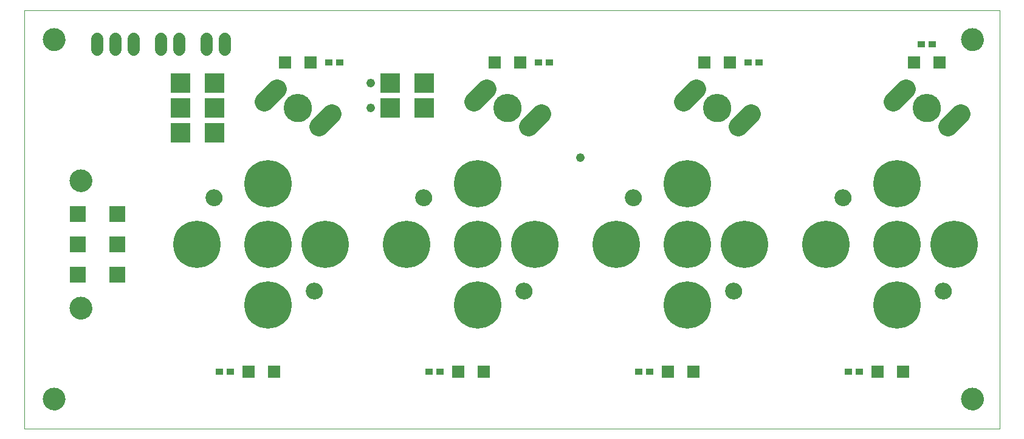
<source format=gts>
G75*
G70*
%OFA0B0*%
%FSLAX24Y24*%
%IPPOS*%
%LPD*%
%AMOC8*
5,1,8,0,0,1.08239X$1,22.5*
%
%ADD10C,0.0000*%
%ADD11C,0.2600*%
%ADD12C,0.0926*%
%ADD13C,0.1060*%
%ADD14C,0.1548*%
%ADD15R,0.0887X0.0887*%
%ADD16C,0.1241*%
%ADD17R,0.0414X0.0375*%
%ADD18R,0.0651X0.0651*%
%ADD19R,0.1060X0.1060*%
%ADD20C,0.0651*%
%ADD21C,0.0476*%
D10*
X000180Y000180D02*
X000180Y023175D01*
X053672Y023175D01*
X053672Y000180D01*
X000180Y000180D01*
X001214Y001805D02*
X001216Y001853D01*
X001222Y001901D01*
X001232Y001948D01*
X001245Y001994D01*
X001263Y002039D01*
X001283Y002083D01*
X001308Y002125D01*
X001336Y002164D01*
X001366Y002201D01*
X001400Y002235D01*
X001437Y002267D01*
X001475Y002296D01*
X001516Y002321D01*
X001559Y002343D01*
X001604Y002361D01*
X001650Y002375D01*
X001697Y002386D01*
X001745Y002393D01*
X001793Y002396D01*
X001841Y002395D01*
X001889Y002390D01*
X001937Y002381D01*
X001983Y002369D01*
X002028Y002352D01*
X002072Y002332D01*
X002114Y002309D01*
X002154Y002282D01*
X002192Y002252D01*
X002227Y002219D01*
X002259Y002183D01*
X002289Y002145D01*
X002315Y002104D01*
X002337Y002061D01*
X002357Y002017D01*
X002372Y001972D01*
X002384Y001925D01*
X002392Y001877D01*
X002396Y001829D01*
X002396Y001781D01*
X002392Y001733D01*
X002384Y001685D01*
X002372Y001638D01*
X002357Y001593D01*
X002337Y001549D01*
X002315Y001506D01*
X002289Y001465D01*
X002259Y001427D01*
X002227Y001391D01*
X002192Y001358D01*
X002154Y001328D01*
X002114Y001301D01*
X002072Y001278D01*
X002028Y001258D01*
X001983Y001241D01*
X001937Y001229D01*
X001889Y001220D01*
X001841Y001215D01*
X001793Y001214D01*
X001745Y001217D01*
X001697Y001224D01*
X001650Y001235D01*
X001604Y001249D01*
X001559Y001267D01*
X001516Y001289D01*
X001475Y001314D01*
X001437Y001343D01*
X001400Y001375D01*
X001366Y001409D01*
X001336Y001446D01*
X001308Y001485D01*
X001283Y001527D01*
X001263Y001571D01*
X001245Y001616D01*
X001232Y001662D01*
X001222Y001709D01*
X001216Y001757D01*
X001214Y001805D01*
X002687Y006801D02*
X002689Y006849D01*
X002695Y006897D01*
X002705Y006944D01*
X002718Y006990D01*
X002736Y007035D01*
X002756Y007079D01*
X002781Y007121D01*
X002809Y007160D01*
X002839Y007197D01*
X002873Y007231D01*
X002910Y007263D01*
X002948Y007292D01*
X002989Y007317D01*
X003032Y007339D01*
X003077Y007357D01*
X003123Y007371D01*
X003170Y007382D01*
X003218Y007389D01*
X003266Y007392D01*
X003314Y007391D01*
X003362Y007386D01*
X003410Y007377D01*
X003456Y007365D01*
X003501Y007348D01*
X003545Y007328D01*
X003587Y007305D01*
X003627Y007278D01*
X003665Y007248D01*
X003700Y007215D01*
X003732Y007179D01*
X003762Y007141D01*
X003788Y007100D01*
X003810Y007057D01*
X003830Y007013D01*
X003845Y006968D01*
X003857Y006921D01*
X003865Y006873D01*
X003869Y006825D01*
X003869Y006777D01*
X003865Y006729D01*
X003857Y006681D01*
X003845Y006634D01*
X003830Y006589D01*
X003810Y006545D01*
X003788Y006502D01*
X003762Y006461D01*
X003732Y006423D01*
X003700Y006387D01*
X003665Y006354D01*
X003627Y006324D01*
X003587Y006297D01*
X003545Y006274D01*
X003501Y006254D01*
X003456Y006237D01*
X003410Y006225D01*
X003362Y006216D01*
X003314Y006211D01*
X003266Y006210D01*
X003218Y006213D01*
X003170Y006220D01*
X003123Y006231D01*
X003077Y006245D01*
X003032Y006263D01*
X002989Y006285D01*
X002948Y006310D01*
X002910Y006339D01*
X002873Y006371D01*
X002839Y006405D01*
X002809Y006442D01*
X002781Y006481D01*
X002756Y006523D01*
X002736Y006567D01*
X002718Y006612D01*
X002705Y006658D01*
X002695Y006705D01*
X002689Y006753D01*
X002687Y006801D01*
X010145Y012864D02*
X010147Y012905D01*
X010153Y012946D01*
X010163Y012986D01*
X010176Y013025D01*
X010193Y013062D01*
X010214Y013098D01*
X010238Y013132D01*
X010265Y013163D01*
X010294Y013191D01*
X010327Y013217D01*
X010361Y013239D01*
X010398Y013258D01*
X010436Y013273D01*
X010476Y013285D01*
X010516Y013293D01*
X010557Y013297D01*
X010599Y013297D01*
X010640Y013293D01*
X010680Y013285D01*
X010720Y013273D01*
X010758Y013258D01*
X010794Y013239D01*
X010829Y013217D01*
X010862Y013191D01*
X010891Y013163D01*
X010918Y013132D01*
X010942Y013098D01*
X010963Y013062D01*
X010980Y013025D01*
X010993Y012986D01*
X011003Y012946D01*
X011009Y012905D01*
X011011Y012864D01*
X011009Y012823D01*
X011003Y012782D01*
X010993Y012742D01*
X010980Y012703D01*
X010963Y012666D01*
X010942Y012630D01*
X010918Y012596D01*
X010891Y012565D01*
X010862Y012537D01*
X010829Y012511D01*
X010795Y012489D01*
X010758Y012470D01*
X010720Y012455D01*
X010680Y012443D01*
X010640Y012435D01*
X010599Y012431D01*
X010557Y012431D01*
X010516Y012435D01*
X010476Y012443D01*
X010436Y012455D01*
X010398Y012470D01*
X010362Y012489D01*
X010327Y012511D01*
X010294Y012537D01*
X010265Y012565D01*
X010238Y012596D01*
X010214Y012630D01*
X010193Y012666D01*
X010176Y012703D01*
X010163Y012742D01*
X010153Y012782D01*
X010147Y012823D01*
X010145Y012864D01*
X002687Y013809D02*
X002689Y013857D01*
X002695Y013905D01*
X002705Y013952D01*
X002718Y013998D01*
X002736Y014043D01*
X002756Y014087D01*
X002781Y014129D01*
X002809Y014168D01*
X002839Y014205D01*
X002873Y014239D01*
X002910Y014271D01*
X002948Y014300D01*
X002989Y014325D01*
X003032Y014347D01*
X003077Y014365D01*
X003123Y014379D01*
X003170Y014390D01*
X003218Y014397D01*
X003266Y014400D01*
X003314Y014399D01*
X003362Y014394D01*
X003410Y014385D01*
X003456Y014373D01*
X003501Y014356D01*
X003545Y014336D01*
X003587Y014313D01*
X003627Y014286D01*
X003665Y014256D01*
X003700Y014223D01*
X003732Y014187D01*
X003762Y014149D01*
X003788Y014108D01*
X003810Y014065D01*
X003830Y014021D01*
X003845Y013976D01*
X003857Y013929D01*
X003865Y013881D01*
X003869Y013833D01*
X003869Y013785D01*
X003865Y013737D01*
X003857Y013689D01*
X003845Y013642D01*
X003830Y013597D01*
X003810Y013553D01*
X003788Y013510D01*
X003762Y013469D01*
X003732Y013431D01*
X003700Y013395D01*
X003665Y013362D01*
X003627Y013332D01*
X003587Y013305D01*
X003545Y013282D01*
X003501Y013262D01*
X003456Y013245D01*
X003410Y013233D01*
X003362Y013224D01*
X003314Y013219D01*
X003266Y013218D01*
X003218Y013221D01*
X003170Y013228D01*
X003123Y013239D01*
X003077Y013253D01*
X003032Y013271D01*
X002989Y013293D01*
X002948Y013318D01*
X002910Y013347D01*
X002873Y013379D01*
X002839Y013413D01*
X002809Y013450D01*
X002781Y013489D01*
X002756Y013531D01*
X002736Y013575D01*
X002718Y013620D01*
X002705Y013666D01*
X002695Y013713D01*
X002689Y013761D01*
X002687Y013809D01*
X014436Y017805D02*
X014438Y017859D01*
X014444Y017913D01*
X014454Y017967D01*
X014468Y018019D01*
X014485Y018071D01*
X014506Y018121D01*
X014531Y018169D01*
X014560Y018216D01*
X014591Y018260D01*
X014626Y018301D01*
X014664Y018341D01*
X014704Y018377D01*
X014747Y018410D01*
X014792Y018440D01*
X014840Y018467D01*
X014889Y018490D01*
X014940Y018509D01*
X014992Y018525D01*
X015045Y018537D01*
X015099Y018545D01*
X015153Y018549D01*
X015207Y018549D01*
X015261Y018545D01*
X015315Y018537D01*
X015368Y018525D01*
X015420Y018509D01*
X015471Y018490D01*
X015520Y018467D01*
X015568Y018440D01*
X015613Y018410D01*
X015656Y018377D01*
X015696Y018341D01*
X015734Y018301D01*
X015769Y018260D01*
X015800Y018216D01*
X015829Y018169D01*
X015854Y018121D01*
X015875Y018071D01*
X015892Y018019D01*
X015906Y017967D01*
X015916Y017913D01*
X015922Y017859D01*
X015924Y017805D01*
X015922Y017751D01*
X015916Y017697D01*
X015906Y017643D01*
X015892Y017591D01*
X015875Y017539D01*
X015854Y017489D01*
X015829Y017441D01*
X015800Y017394D01*
X015769Y017350D01*
X015734Y017309D01*
X015696Y017269D01*
X015656Y017233D01*
X015613Y017200D01*
X015568Y017170D01*
X015520Y017143D01*
X015471Y017120D01*
X015420Y017101D01*
X015368Y017085D01*
X015315Y017073D01*
X015261Y017065D01*
X015207Y017061D01*
X015153Y017061D01*
X015099Y017065D01*
X015045Y017073D01*
X014992Y017085D01*
X014940Y017101D01*
X014889Y017120D01*
X014840Y017143D01*
X014792Y017170D01*
X014747Y017200D01*
X014704Y017233D01*
X014664Y017269D01*
X014626Y017309D01*
X014591Y017350D01*
X014560Y017394D01*
X014531Y017441D01*
X014506Y017489D01*
X014485Y017539D01*
X014468Y017591D01*
X014454Y017643D01*
X014444Y017697D01*
X014438Y017751D01*
X014436Y017805D01*
X021645Y012864D02*
X021647Y012905D01*
X021653Y012946D01*
X021663Y012986D01*
X021676Y013025D01*
X021693Y013062D01*
X021714Y013098D01*
X021738Y013132D01*
X021765Y013163D01*
X021794Y013191D01*
X021827Y013217D01*
X021861Y013239D01*
X021898Y013258D01*
X021936Y013273D01*
X021976Y013285D01*
X022016Y013293D01*
X022057Y013297D01*
X022099Y013297D01*
X022140Y013293D01*
X022180Y013285D01*
X022220Y013273D01*
X022258Y013258D01*
X022294Y013239D01*
X022329Y013217D01*
X022362Y013191D01*
X022391Y013163D01*
X022418Y013132D01*
X022442Y013098D01*
X022463Y013062D01*
X022480Y013025D01*
X022493Y012986D01*
X022503Y012946D01*
X022509Y012905D01*
X022511Y012864D01*
X022509Y012823D01*
X022503Y012782D01*
X022493Y012742D01*
X022480Y012703D01*
X022463Y012666D01*
X022442Y012630D01*
X022418Y012596D01*
X022391Y012565D01*
X022362Y012537D01*
X022329Y012511D01*
X022295Y012489D01*
X022258Y012470D01*
X022220Y012455D01*
X022180Y012443D01*
X022140Y012435D01*
X022099Y012431D01*
X022057Y012431D01*
X022016Y012435D01*
X021976Y012443D01*
X021936Y012455D01*
X021898Y012470D01*
X021862Y012489D01*
X021827Y012511D01*
X021794Y012537D01*
X021765Y012565D01*
X021738Y012596D01*
X021714Y012630D01*
X021693Y012666D01*
X021676Y012703D01*
X021663Y012742D01*
X021653Y012782D01*
X021647Y012823D01*
X021645Y012864D01*
X025936Y017805D02*
X025938Y017859D01*
X025944Y017913D01*
X025954Y017967D01*
X025968Y018019D01*
X025985Y018071D01*
X026006Y018121D01*
X026031Y018169D01*
X026060Y018216D01*
X026091Y018260D01*
X026126Y018301D01*
X026164Y018341D01*
X026204Y018377D01*
X026247Y018410D01*
X026292Y018440D01*
X026340Y018467D01*
X026389Y018490D01*
X026440Y018509D01*
X026492Y018525D01*
X026545Y018537D01*
X026599Y018545D01*
X026653Y018549D01*
X026707Y018549D01*
X026761Y018545D01*
X026815Y018537D01*
X026868Y018525D01*
X026920Y018509D01*
X026971Y018490D01*
X027020Y018467D01*
X027068Y018440D01*
X027113Y018410D01*
X027156Y018377D01*
X027196Y018341D01*
X027234Y018301D01*
X027269Y018260D01*
X027300Y018216D01*
X027329Y018169D01*
X027354Y018121D01*
X027375Y018071D01*
X027392Y018019D01*
X027406Y017967D01*
X027416Y017913D01*
X027422Y017859D01*
X027424Y017805D01*
X027422Y017751D01*
X027416Y017697D01*
X027406Y017643D01*
X027392Y017591D01*
X027375Y017539D01*
X027354Y017489D01*
X027329Y017441D01*
X027300Y017394D01*
X027269Y017350D01*
X027234Y017309D01*
X027196Y017269D01*
X027156Y017233D01*
X027113Y017200D01*
X027068Y017170D01*
X027020Y017143D01*
X026971Y017120D01*
X026920Y017101D01*
X026868Y017085D01*
X026815Y017073D01*
X026761Y017065D01*
X026707Y017061D01*
X026653Y017061D01*
X026599Y017065D01*
X026545Y017073D01*
X026492Y017085D01*
X026440Y017101D01*
X026389Y017120D01*
X026340Y017143D01*
X026292Y017170D01*
X026247Y017200D01*
X026204Y017233D01*
X026164Y017269D01*
X026126Y017309D01*
X026091Y017350D01*
X026060Y017394D01*
X026031Y017441D01*
X026006Y017489D01*
X025985Y017539D01*
X025968Y017591D01*
X025954Y017643D01*
X025944Y017697D01*
X025938Y017751D01*
X025936Y017805D01*
X033145Y012864D02*
X033147Y012905D01*
X033153Y012946D01*
X033163Y012986D01*
X033176Y013025D01*
X033193Y013062D01*
X033214Y013098D01*
X033238Y013132D01*
X033265Y013163D01*
X033294Y013191D01*
X033327Y013217D01*
X033361Y013239D01*
X033398Y013258D01*
X033436Y013273D01*
X033476Y013285D01*
X033516Y013293D01*
X033557Y013297D01*
X033599Y013297D01*
X033640Y013293D01*
X033680Y013285D01*
X033720Y013273D01*
X033758Y013258D01*
X033794Y013239D01*
X033829Y013217D01*
X033862Y013191D01*
X033891Y013163D01*
X033918Y013132D01*
X033942Y013098D01*
X033963Y013062D01*
X033980Y013025D01*
X033993Y012986D01*
X034003Y012946D01*
X034009Y012905D01*
X034011Y012864D01*
X034009Y012823D01*
X034003Y012782D01*
X033993Y012742D01*
X033980Y012703D01*
X033963Y012666D01*
X033942Y012630D01*
X033918Y012596D01*
X033891Y012565D01*
X033862Y012537D01*
X033829Y012511D01*
X033795Y012489D01*
X033758Y012470D01*
X033720Y012455D01*
X033680Y012443D01*
X033640Y012435D01*
X033599Y012431D01*
X033557Y012431D01*
X033516Y012435D01*
X033476Y012443D01*
X033436Y012455D01*
X033398Y012470D01*
X033362Y012489D01*
X033327Y012511D01*
X033294Y012537D01*
X033265Y012565D01*
X033238Y012596D01*
X033214Y012630D01*
X033193Y012666D01*
X033176Y012703D01*
X033163Y012742D01*
X033153Y012782D01*
X033147Y012823D01*
X033145Y012864D01*
X037436Y017805D02*
X037438Y017859D01*
X037444Y017913D01*
X037454Y017967D01*
X037468Y018019D01*
X037485Y018071D01*
X037506Y018121D01*
X037531Y018169D01*
X037560Y018216D01*
X037591Y018260D01*
X037626Y018301D01*
X037664Y018341D01*
X037704Y018377D01*
X037747Y018410D01*
X037792Y018440D01*
X037840Y018467D01*
X037889Y018490D01*
X037940Y018509D01*
X037992Y018525D01*
X038045Y018537D01*
X038099Y018545D01*
X038153Y018549D01*
X038207Y018549D01*
X038261Y018545D01*
X038315Y018537D01*
X038368Y018525D01*
X038420Y018509D01*
X038471Y018490D01*
X038520Y018467D01*
X038568Y018440D01*
X038613Y018410D01*
X038656Y018377D01*
X038696Y018341D01*
X038734Y018301D01*
X038769Y018260D01*
X038800Y018216D01*
X038829Y018169D01*
X038854Y018121D01*
X038875Y018071D01*
X038892Y018019D01*
X038906Y017967D01*
X038916Y017913D01*
X038922Y017859D01*
X038924Y017805D01*
X038922Y017751D01*
X038916Y017697D01*
X038906Y017643D01*
X038892Y017591D01*
X038875Y017539D01*
X038854Y017489D01*
X038829Y017441D01*
X038800Y017394D01*
X038769Y017350D01*
X038734Y017309D01*
X038696Y017269D01*
X038656Y017233D01*
X038613Y017200D01*
X038568Y017170D01*
X038520Y017143D01*
X038471Y017120D01*
X038420Y017101D01*
X038368Y017085D01*
X038315Y017073D01*
X038261Y017065D01*
X038207Y017061D01*
X038153Y017061D01*
X038099Y017065D01*
X038045Y017073D01*
X037992Y017085D01*
X037940Y017101D01*
X037889Y017120D01*
X037840Y017143D01*
X037792Y017170D01*
X037747Y017200D01*
X037704Y017233D01*
X037664Y017269D01*
X037626Y017309D01*
X037591Y017350D01*
X037560Y017394D01*
X037531Y017441D01*
X037506Y017489D01*
X037485Y017539D01*
X037468Y017591D01*
X037454Y017643D01*
X037444Y017697D01*
X037438Y017751D01*
X037436Y017805D01*
X044645Y012864D02*
X044647Y012905D01*
X044653Y012946D01*
X044663Y012986D01*
X044676Y013025D01*
X044693Y013062D01*
X044714Y013098D01*
X044738Y013132D01*
X044765Y013163D01*
X044794Y013191D01*
X044827Y013217D01*
X044861Y013239D01*
X044898Y013258D01*
X044936Y013273D01*
X044976Y013285D01*
X045016Y013293D01*
X045057Y013297D01*
X045099Y013297D01*
X045140Y013293D01*
X045180Y013285D01*
X045220Y013273D01*
X045258Y013258D01*
X045294Y013239D01*
X045329Y013217D01*
X045362Y013191D01*
X045391Y013163D01*
X045418Y013132D01*
X045442Y013098D01*
X045463Y013062D01*
X045480Y013025D01*
X045493Y012986D01*
X045503Y012946D01*
X045509Y012905D01*
X045511Y012864D01*
X045509Y012823D01*
X045503Y012782D01*
X045493Y012742D01*
X045480Y012703D01*
X045463Y012666D01*
X045442Y012630D01*
X045418Y012596D01*
X045391Y012565D01*
X045362Y012537D01*
X045329Y012511D01*
X045295Y012489D01*
X045258Y012470D01*
X045220Y012455D01*
X045180Y012443D01*
X045140Y012435D01*
X045099Y012431D01*
X045057Y012431D01*
X045016Y012435D01*
X044976Y012443D01*
X044936Y012455D01*
X044898Y012470D01*
X044862Y012489D01*
X044827Y012511D01*
X044794Y012537D01*
X044765Y012565D01*
X044738Y012596D01*
X044714Y012630D01*
X044693Y012666D01*
X044676Y012703D01*
X044663Y012742D01*
X044653Y012782D01*
X044647Y012823D01*
X044645Y012864D01*
X048936Y017805D02*
X048938Y017859D01*
X048944Y017913D01*
X048954Y017967D01*
X048968Y018019D01*
X048985Y018071D01*
X049006Y018121D01*
X049031Y018169D01*
X049060Y018216D01*
X049091Y018260D01*
X049126Y018301D01*
X049164Y018341D01*
X049204Y018377D01*
X049247Y018410D01*
X049292Y018440D01*
X049340Y018467D01*
X049389Y018490D01*
X049440Y018509D01*
X049492Y018525D01*
X049545Y018537D01*
X049599Y018545D01*
X049653Y018549D01*
X049707Y018549D01*
X049761Y018545D01*
X049815Y018537D01*
X049868Y018525D01*
X049920Y018509D01*
X049971Y018490D01*
X050020Y018467D01*
X050068Y018440D01*
X050113Y018410D01*
X050156Y018377D01*
X050196Y018341D01*
X050234Y018301D01*
X050269Y018260D01*
X050300Y018216D01*
X050329Y018169D01*
X050354Y018121D01*
X050375Y018071D01*
X050392Y018019D01*
X050406Y017967D01*
X050416Y017913D01*
X050422Y017859D01*
X050424Y017805D01*
X050422Y017751D01*
X050416Y017697D01*
X050406Y017643D01*
X050392Y017591D01*
X050375Y017539D01*
X050354Y017489D01*
X050329Y017441D01*
X050300Y017394D01*
X050269Y017350D01*
X050234Y017309D01*
X050196Y017269D01*
X050156Y017233D01*
X050113Y017200D01*
X050068Y017170D01*
X050020Y017143D01*
X049971Y017120D01*
X049920Y017101D01*
X049868Y017085D01*
X049815Y017073D01*
X049761Y017065D01*
X049707Y017061D01*
X049653Y017061D01*
X049599Y017065D01*
X049545Y017073D01*
X049492Y017085D01*
X049440Y017101D01*
X049389Y017120D01*
X049340Y017143D01*
X049292Y017170D01*
X049247Y017200D01*
X049204Y017233D01*
X049164Y017269D01*
X049126Y017309D01*
X049091Y017350D01*
X049060Y017394D01*
X049031Y017441D01*
X049006Y017489D01*
X048985Y017539D01*
X048968Y017591D01*
X048954Y017643D01*
X048944Y017697D01*
X048938Y017751D01*
X048936Y017805D01*
X051589Y021555D02*
X051591Y021603D01*
X051597Y021651D01*
X051607Y021698D01*
X051620Y021744D01*
X051638Y021789D01*
X051658Y021833D01*
X051683Y021875D01*
X051711Y021914D01*
X051741Y021951D01*
X051775Y021985D01*
X051812Y022017D01*
X051850Y022046D01*
X051891Y022071D01*
X051934Y022093D01*
X051979Y022111D01*
X052025Y022125D01*
X052072Y022136D01*
X052120Y022143D01*
X052168Y022146D01*
X052216Y022145D01*
X052264Y022140D01*
X052312Y022131D01*
X052358Y022119D01*
X052403Y022102D01*
X052447Y022082D01*
X052489Y022059D01*
X052529Y022032D01*
X052567Y022002D01*
X052602Y021969D01*
X052634Y021933D01*
X052664Y021895D01*
X052690Y021854D01*
X052712Y021811D01*
X052732Y021767D01*
X052747Y021722D01*
X052759Y021675D01*
X052767Y021627D01*
X052771Y021579D01*
X052771Y021531D01*
X052767Y021483D01*
X052759Y021435D01*
X052747Y021388D01*
X052732Y021343D01*
X052712Y021299D01*
X052690Y021256D01*
X052664Y021215D01*
X052634Y021177D01*
X052602Y021141D01*
X052567Y021108D01*
X052529Y021078D01*
X052489Y021051D01*
X052447Y021028D01*
X052403Y021008D01*
X052358Y020991D01*
X052312Y020979D01*
X052264Y020970D01*
X052216Y020965D01*
X052168Y020964D01*
X052120Y020967D01*
X052072Y020974D01*
X052025Y020985D01*
X051979Y020999D01*
X051934Y021017D01*
X051891Y021039D01*
X051850Y021064D01*
X051812Y021093D01*
X051775Y021125D01*
X051741Y021159D01*
X051711Y021196D01*
X051683Y021235D01*
X051658Y021277D01*
X051638Y021321D01*
X051620Y021366D01*
X051607Y021412D01*
X051597Y021459D01*
X051591Y021507D01*
X051589Y021555D01*
X050156Y007746D02*
X050158Y007787D01*
X050164Y007828D01*
X050174Y007868D01*
X050187Y007907D01*
X050204Y007944D01*
X050225Y007980D01*
X050249Y008014D01*
X050276Y008045D01*
X050305Y008073D01*
X050338Y008099D01*
X050372Y008121D01*
X050409Y008140D01*
X050447Y008155D01*
X050487Y008167D01*
X050527Y008175D01*
X050568Y008179D01*
X050610Y008179D01*
X050651Y008175D01*
X050691Y008167D01*
X050731Y008155D01*
X050769Y008140D01*
X050805Y008121D01*
X050840Y008099D01*
X050873Y008073D01*
X050902Y008045D01*
X050929Y008014D01*
X050953Y007980D01*
X050974Y007944D01*
X050991Y007907D01*
X051004Y007868D01*
X051014Y007828D01*
X051020Y007787D01*
X051022Y007746D01*
X051020Y007705D01*
X051014Y007664D01*
X051004Y007624D01*
X050991Y007585D01*
X050974Y007548D01*
X050953Y007512D01*
X050929Y007478D01*
X050902Y007447D01*
X050873Y007419D01*
X050840Y007393D01*
X050806Y007371D01*
X050769Y007352D01*
X050731Y007337D01*
X050691Y007325D01*
X050651Y007317D01*
X050610Y007313D01*
X050568Y007313D01*
X050527Y007317D01*
X050487Y007325D01*
X050447Y007337D01*
X050409Y007352D01*
X050373Y007371D01*
X050338Y007393D01*
X050305Y007419D01*
X050276Y007447D01*
X050249Y007478D01*
X050225Y007512D01*
X050204Y007548D01*
X050187Y007585D01*
X050174Y007624D01*
X050164Y007664D01*
X050158Y007705D01*
X050156Y007746D01*
X038656Y007746D02*
X038658Y007787D01*
X038664Y007828D01*
X038674Y007868D01*
X038687Y007907D01*
X038704Y007944D01*
X038725Y007980D01*
X038749Y008014D01*
X038776Y008045D01*
X038805Y008073D01*
X038838Y008099D01*
X038872Y008121D01*
X038909Y008140D01*
X038947Y008155D01*
X038987Y008167D01*
X039027Y008175D01*
X039068Y008179D01*
X039110Y008179D01*
X039151Y008175D01*
X039191Y008167D01*
X039231Y008155D01*
X039269Y008140D01*
X039305Y008121D01*
X039340Y008099D01*
X039373Y008073D01*
X039402Y008045D01*
X039429Y008014D01*
X039453Y007980D01*
X039474Y007944D01*
X039491Y007907D01*
X039504Y007868D01*
X039514Y007828D01*
X039520Y007787D01*
X039522Y007746D01*
X039520Y007705D01*
X039514Y007664D01*
X039504Y007624D01*
X039491Y007585D01*
X039474Y007548D01*
X039453Y007512D01*
X039429Y007478D01*
X039402Y007447D01*
X039373Y007419D01*
X039340Y007393D01*
X039306Y007371D01*
X039269Y007352D01*
X039231Y007337D01*
X039191Y007325D01*
X039151Y007317D01*
X039110Y007313D01*
X039068Y007313D01*
X039027Y007317D01*
X038987Y007325D01*
X038947Y007337D01*
X038909Y007352D01*
X038873Y007371D01*
X038838Y007393D01*
X038805Y007419D01*
X038776Y007447D01*
X038749Y007478D01*
X038725Y007512D01*
X038704Y007548D01*
X038687Y007585D01*
X038674Y007624D01*
X038664Y007664D01*
X038658Y007705D01*
X038656Y007746D01*
X027156Y007746D02*
X027158Y007787D01*
X027164Y007828D01*
X027174Y007868D01*
X027187Y007907D01*
X027204Y007944D01*
X027225Y007980D01*
X027249Y008014D01*
X027276Y008045D01*
X027305Y008073D01*
X027338Y008099D01*
X027372Y008121D01*
X027409Y008140D01*
X027447Y008155D01*
X027487Y008167D01*
X027527Y008175D01*
X027568Y008179D01*
X027610Y008179D01*
X027651Y008175D01*
X027691Y008167D01*
X027731Y008155D01*
X027769Y008140D01*
X027805Y008121D01*
X027840Y008099D01*
X027873Y008073D01*
X027902Y008045D01*
X027929Y008014D01*
X027953Y007980D01*
X027974Y007944D01*
X027991Y007907D01*
X028004Y007868D01*
X028014Y007828D01*
X028020Y007787D01*
X028022Y007746D01*
X028020Y007705D01*
X028014Y007664D01*
X028004Y007624D01*
X027991Y007585D01*
X027974Y007548D01*
X027953Y007512D01*
X027929Y007478D01*
X027902Y007447D01*
X027873Y007419D01*
X027840Y007393D01*
X027806Y007371D01*
X027769Y007352D01*
X027731Y007337D01*
X027691Y007325D01*
X027651Y007317D01*
X027610Y007313D01*
X027568Y007313D01*
X027527Y007317D01*
X027487Y007325D01*
X027447Y007337D01*
X027409Y007352D01*
X027373Y007371D01*
X027338Y007393D01*
X027305Y007419D01*
X027276Y007447D01*
X027249Y007478D01*
X027225Y007512D01*
X027204Y007548D01*
X027187Y007585D01*
X027174Y007624D01*
X027164Y007664D01*
X027158Y007705D01*
X027156Y007746D01*
X015656Y007746D02*
X015658Y007787D01*
X015664Y007828D01*
X015674Y007868D01*
X015687Y007907D01*
X015704Y007944D01*
X015725Y007980D01*
X015749Y008014D01*
X015776Y008045D01*
X015805Y008073D01*
X015838Y008099D01*
X015872Y008121D01*
X015909Y008140D01*
X015947Y008155D01*
X015987Y008167D01*
X016027Y008175D01*
X016068Y008179D01*
X016110Y008179D01*
X016151Y008175D01*
X016191Y008167D01*
X016231Y008155D01*
X016269Y008140D01*
X016305Y008121D01*
X016340Y008099D01*
X016373Y008073D01*
X016402Y008045D01*
X016429Y008014D01*
X016453Y007980D01*
X016474Y007944D01*
X016491Y007907D01*
X016504Y007868D01*
X016514Y007828D01*
X016520Y007787D01*
X016522Y007746D01*
X016520Y007705D01*
X016514Y007664D01*
X016504Y007624D01*
X016491Y007585D01*
X016474Y007548D01*
X016453Y007512D01*
X016429Y007478D01*
X016402Y007447D01*
X016373Y007419D01*
X016340Y007393D01*
X016306Y007371D01*
X016269Y007352D01*
X016231Y007337D01*
X016191Y007325D01*
X016151Y007317D01*
X016110Y007313D01*
X016068Y007313D01*
X016027Y007317D01*
X015987Y007325D01*
X015947Y007337D01*
X015909Y007352D01*
X015873Y007371D01*
X015838Y007393D01*
X015805Y007419D01*
X015776Y007447D01*
X015749Y007478D01*
X015725Y007512D01*
X015704Y007548D01*
X015687Y007585D01*
X015674Y007624D01*
X015664Y007664D01*
X015658Y007705D01*
X015656Y007746D01*
X001214Y021555D02*
X001216Y021603D01*
X001222Y021651D01*
X001232Y021698D01*
X001245Y021744D01*
X001263Y021789D01*
X001283Y021833D01*
X001308Y021875D01*
X001336Y021914D01*
X001366Y021951D01*
X001400Y021985D01*
X001437Y022017D01*
X001475Y022046D01*
X001516Y022071D01*
X001559Y022093D01*
X001604Y022111D01*
X001650Y022125D01*
X001697Y022136D01*
X001745Y022143D01*
X001793Y022146D01*
X001841Y022145D01*
X001889Y022140D01*
X001937Y022131D01*
X001983Y022119D01*
X002028Y022102D01*
X002072Y022082D01*
X002114Y022059D01*
X002154Y022032D01*
X002192Y022002D01*
X002227Y021969D01*
X002259Y021933D01*
X002289Y021895D01*
X002315Y021854D01*
X002337Y021811D01*
X002357Y021767D01*
X002372Y021722D01*
X002384Y021675D01*
X002392Y021627D01*
X002396Y021579D01*
X002396Y021531D01*
X002392Y021483D01*
X002384Y021435D01*
X002372Y021388D01*
X002357Y021343D01*
X002337Y021299D01*
X002315Y021256D01*
X002289Y021215D01*
X002259Y021177D01*
X002227Y021141D01*
X002192Y021108D01*
X002154Y021078D01*
X002114Y021051D01*
X002072Y021028D01*
X002028Y021008D01*
X001983Y020991D01*
X001937Y020979D01*
X001889Y020970D01*
X001841Y020965D01*
X001793Y020964D01*
X001745Y020967D01*
X001697Y020974D01*
X001650Y020985D01*
X001604Y020999D01*
X001559Y021017D01*
X001516Y021039D01*
X001475Y021064D01*
X001437Y021093D01*
X001400Y021125D01*
X001366Y021159D01*
X001336Y021196D01*
X001308Y021235D01*
X001283Y021277D01*
X001263Y021321D01*
X001245Y021366D01*
X001232Y021412D01*
X001222Y021459D01*
X001216Y021507D01*
X001214Y021555D01*
X051589Y001805D02*
X051591Y001853D01*
X051597Y001901D01*
X051607Y001948D01*
X051620Y001994D01*
X051638Y002039D01*
X051658Y002083D01*
X051683Y002125D01*
X051711Y002164D01*
X051741Y002201D01*
X051775Y002235D01*
X051812Y002267D01*
X051850Y002296D01*
X051891Y002321D01*
X051934Y002343D01*
X051979Y002361D01*
X052025Y002375D01*
X052072Y002386D01*
X052120Y002393D01*
X052168Y002396D01*
X052216Y002395D01*
X052264Y002390D01*
X052312Y002381D01*
X052358Y002369D01*
X052403Y002352D01*
X052447Y002332D01*
X052489Y002309D01*
X052529Y002282D01*
X052567Y002252D01*
X052602Y002219D01*
X052634Y002183D01*
X052664Y002145D01*
X052690Y002104D01*
X052712Y002061D01*
X052732Y002017D01*
X052747Y001972D01*
X052759Y001925D01*
X052767Y001877D01*
X052771Y001829D01*
X052771Y001781D01*
X052767Y001733D01*
X052759Y001685D01*
X052747Y001638D01*
X052732Y001593D01*
X052712Y001549D01*
X052690Y001506D01*
X052664Y001465D01*
X052634Y001427D01*
X052602Y001391D01*
X052567Y001358D01*
X052529Y001328D01*
X052489Y001301D01*
X052447Y001278D01*
X052403Y001258D01*
X052358Y001241D01*
X052312Y001229D01*
X052264Y001220D01*
X052216Y001215D01*
X052168Y001214D01*
X052120Y001217D01*
X052072Y001224D01*
X052025Y001235D01*
X051979Y001249D01*
X051934Y001267D01*
X051891Y001289D01*
X051850Y001314D01*
X051812Y001343D01*
X051775Y001375D01*
X051741Y001409D01*
X051711Y001446D01*
X051683Y001485D01*
X051658Y001527D01*
X051638Y001571D01*
X051620Y001616D01*
X051607Y001662D01*
X051597Y001709D01*
X051591Y001757D01*
X051589Y001805D01*
D11*
X048030Y006978D03*
X048030Y010305D03*
X051180Y010305D03*
X048030Y013632D03*
X044133Y010305D03*
X039680Y010305D03*
X036530Y010305D03*
X032633Y010305D03*
X028180Y010305D03*
X025030Y010305D03*
X021133Y010305D03*
X016680Y010305D03*
X013530Y010305D03*
X009633Y010305D03*
X013530Y013632D03*
X025030Y013632D03*
X036530Y013632D03*
X036530Y006978D03*
X025030Y006978D03*
X013530Y006978D03*
D12*
X016089Y007746D03*
X010578Y012864D03*
X022078Y012864D03*
X027589Y007746D03*
X033578Y012864D03*
X039089Y007746D03*
X045078Y012864D03*
X050589Y007746D03*
D13*
X050826Y016770D02*
X051534Y017477D01*
X048534Y018840D02*
X047826Y018133D01*
X040034Y017477D02*
X039326Y016770D01*
X037034Y018840D02*
X036326Y018133D01*
X028534Y017477D02*
X027826Y016770D01*
X025534Y018840D02*
X024826Y018133D01*
X017034Y017477D02*
X016326Y016770D01*
X014034Y018840D02*
X013326Y018133D01*
D14*
X015180Y017805D03*
X026680Y017805D03*
X038180Y017805D03*
X049680Y017805D03*
D15*
X005263Y011959D03*
X003097Y011959D03*
X003097Y010305D03*
X005263Y010305D03*
X005263Y008651D03*
X003097Y008651D03*
D16*
X003278Y006801D03*
X001805Y001805D03*
X003278Y013809D03*
X001805Y021555D03*
X052180Y021555D03*
X052180Y001805D03*
D17*
X045980Y003305D03*
X045380Y003305D03*
X034480Y003305D03*
X033880Y003305D03*
X022980Y003305D03*
X022380Y003305D03*
X011480Y003305D03*
X010880Y003305D03*
X016880Y020305D03*
X017480Y020305D03*
X028380Y020305D03*
X028980Y020305D03*
X039880Y020305D03*
X040480Y020305D03*
X049380Y021305D03*
X049980Y021305D03*
D18*
X050369Y020305D03*
X048991Y020305D03*
X038869Y020305D03*
X037491Y020305D03*
X027369Y020305D03*
X025991Y020305D03*
X015869Y020305D03*
X014491Y020305D03*
X013869Y003305D03*
X012491Y003305D03*
X023991Y003305D03*
X025369Y003305D03*
X035491Y003305D03*
X036869Y003305D03*
X046991Y003305D03*
X048369Y003305D03*
D19*
X022105Y017805D03*
X020255Y017805D03*
X020255Y019180D03*
X022105Y019180D03*
X010605Y019180D03*
X008755Y019180D03*
X008755Y017805D03*
X010605Y017805D03*
X010605Y016430D03*
X008755Y016430D03*
D20*
X008680Y021010D02*
X008680Y021600D01*
X007680Y021600D02*
X007680Y021010D01*
X006180Y021010D02*
X006180Y021600D01*
X005180Y021600D02*
X005180Y021010D01*
X004180Y021010D02*
X004180Y021600D01*
X010180Y021600D02*
X010180Y021010D01*
X011180Y021010D02*
X011180Y021600D01*
D21*
X019180Y019180D03*
X019180Y017805D03*
X030680Y015055D03*
M02*

</source>
